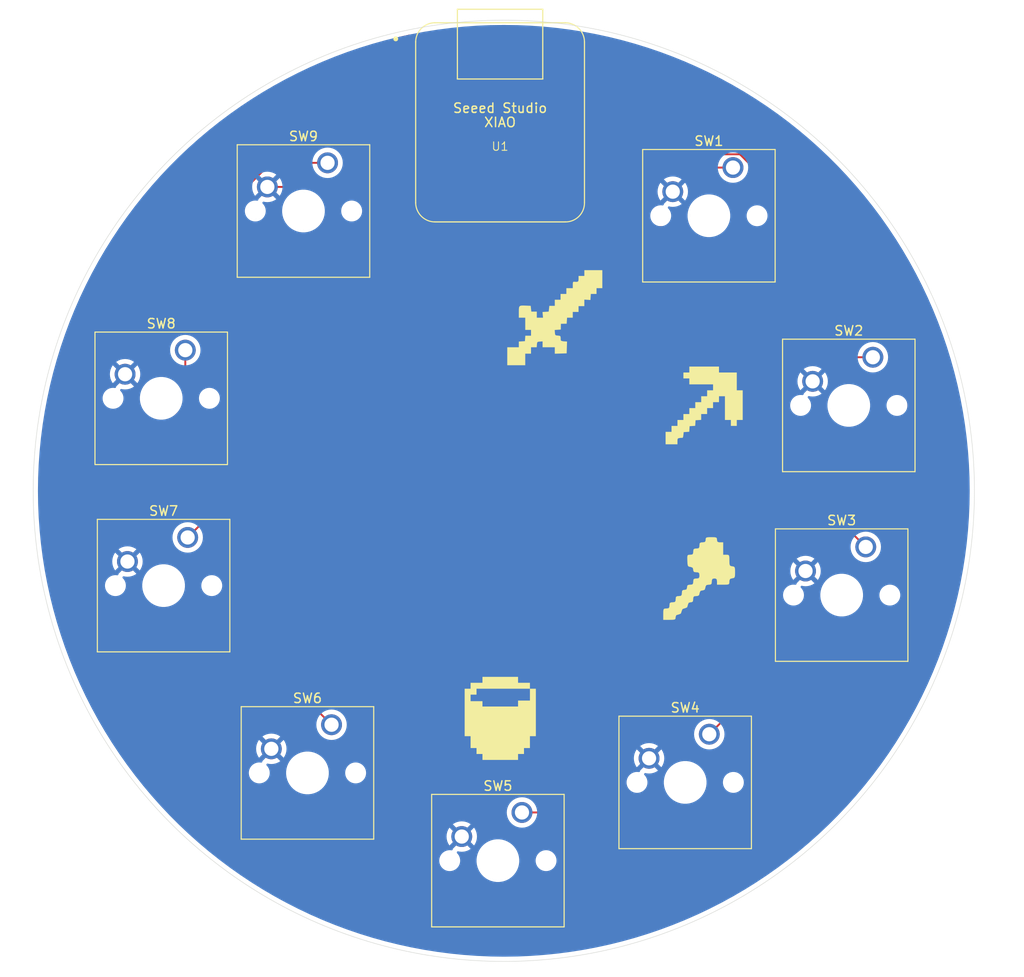
<source format=kicad_pcb>
(kicad_pcb (version 20240108) (generator "pcbnew") (generator_version "8.0")
  (layers (0 "F.Cu" signal) (31 "B.Cu" signal) (34 "B.Paste" user) (35 "F.Paste" user) (36 "B.SilkS" user "B.Silkscreen") (37 "F.SilkS" user "F.Silkscreen") (38 "B.Mask" user) (39 "F.Mask" user) (44 "Edge.Cuts" user))
  (net 0 "")
  (net 1 "Btn1")
  (net 2 "GND")
  (net 3 "Btn2")
  (net 4 "Btn3")
  (net 5 "Btn4")
  (net 6 "Btn5")
  (net 7 "Btn6")
  (net 8 "Btn7")
  (net 9 "Btn8")
  (net 10 "Btn9")
  (net 13 "+5V")
  (net 15 "+3.3V")
  (footprint "LOGO" (layer "F.Cu") (at 184.937193 90.155911)
    (property "Reference" "G***" (hide yes))
    (property "Value" "LOGO" (hide yes))
    (fp_poly (pts (xy 1.876847 -3.440887) (xy 1.876847 -3.128079) (xy 2.815271 -3.128079) (xy 3.753694 -3.128079) (xy 3.753694 -2.189655) (xy 3.753694 -1.251231) (xy 4.066502 -1.251231) (xy 4.37931 -1.251231) (xy 4.37931 0.312808) (xy 4.37931 1.876847) (xy 4.066502 1.876847) (xy 3.753694 1.876847) (xy 3.753694 2.189655) (xy 3.753694 2.502463) (xy 3.440886 2.502463) (xy 3.128078 2.502463) (xy 3.128078 2.189655) (xy 3.128078 1.876847) (xy 2.815271 1.876847) (xy 2.502463 1.876847) (xy 2.502463 0.625616) (xy 2.502463 -0.625616) (xy 2.189655 -0.625616) (xy 1.876847 -0.625616) (xy 1.876847 -0.312808) (xy 1.876847 0) (xy 1.564039 0) (xy 1.251231 0) (xy 1.251231 0.312808) (xy 1.251231 0.625616) (xy 0.938423 0.625616) (xy 0.625615 0.625616) (xy 0.625615 0.938424) (xy 0.625615 1.251232) (xy 0.312807 1.251232) (xy 0 1.251232) (xy 0 1.560612) (xy 0 1.869992) (xy -0.297168 1.88906) (xy -0.594335 1.908128) (xy -0.613269 2.202002) (xy -0.632203 2.495877) (xy -0.926077 2.51481) (xy -1.219951 2.533744) (xy -1.238885 2.827618) (xy -1.257819 3.121492) (xy -1.551693 3.140426) (xy -1.845567 3.15936) (xy -1.876848 3.472168) (xy -1.907033 3.666924) (xy -1.952134 3.755882) (xy -1.999696 3.76488) (xy -2.122705 3.761892) (xy -2.29253 3.78255) (xy -2.296863 3.783355) (xy -2.419168 3.813686) (xy -2.479789 3.868944) (xy -2.500342 3.985769) (xy -2.502463 4.131899) (xy -2.502463 4.441872) (xy -3.128079 4.441872) (xy -3.753695 4.441872) (xy -3.753695 3.784976) (xy -3.753695 3.128079) (xy -3.440887 3.128079) (xy -3.128079 3.128079) (xy -3.128079 2.815271) (xy -3.128079 2.502463) (xy -2.815271 2.502463) (xy -2.502463 2.502463) (xy -2.502463 2.189655) (xy -2.502463 1.876847) (xy -2.189656 1.876847) (xy -1.876848 1.876847) (xy -1.876848 1.56404) (xy -1.876848 1.251232) (xy -1.56404 1.251232) (xy -1.251232 1.251232) (xy -1.251232 0.938424) (xy -1.251232 0.625616) (xy -0.938424 0.625616) (xy -0.625616 0.625616) (xy -0.625616 0.312808) (xy -0.625616 0) (xy -0.312808 0) (xy 0 0) (xy 0 -0.312808) (xy 0 -0.625616) (xy 0.312807 -0.625616) (xy 0.625615 -0.625616) (xy 0.625615 -0.938423) (xy 0.625615 -1.251231) (xy 0.938423 -1.251231) (xy 1.251231 -1.251231) (xy 1.251231 -1.564039) (xy 1.251231 -1.876847) (xy 0 -1.876847) (xy -1.251232 -1.876847) (xy -1.251232 -2.189655) (xy -1.251232 -2.502463) (xy -1.56404 -2.502463) (xy -1.876848 -2.502463) (xy -1.876848 -2.815271) (xy -1.876848 -3.128079) (xy -1.56404 -3.128079) (xy -1.251232 -3.128079) (xy -1.251232 -3.440887) (xy -1.251232 -3.753694) (xy 0.312807 -3.753694) (xy 1.876847 -3.753694)) (fill solid) (layer "F.SilkS"))
  )
  (footprint "Button_Switch_Keyboard:SW_Cherry_MX_1.00u_PCB" (layer "F.Cu") (at 130.54 84.67)
    (property "Reference" "SW8" (at -2.54 -2.794 0) (layer "F.SilkS"))
    (property "Value" "SW_Push")
    (fp_line (start -9.525 -1.905) (end 4.445 -1.905) (stroke (width 0.12)) (layer "F.SilkS"))
    (fp_line (start -9.525 12.065) (end -9.525 -1.905) (stroke (width 0.12)) (layer "F.SilkS"))
    (fp_line (start 4.445 -1.905) (end 4.445 12.065) (stroke (width 0.12)) (layer "F.SilkS"))
    (fp_line (start 4.445 12.065) (end -9.525 12.065) (stroke (width 0.12)) (layer "F.SilkS"))
    (pad "" np_thru_hole circle (at -7.62 5.08) (size 1.7 1.7) (drill 1.7) (layers "*.Cu" "*.Mask"))
    (pad "" np_thru_hole circle (at -2.54 5.08) (size 4 4) (drill 4) (layers "*.Cu" "*.Mask"))
    (pad "" np_thru_hole circle (at 2.54 5.08) (size 1.7 1.7) (drill 1.7) (layers "*.Cu" "*.Mask"))
    (pad "1" thru_hole circle (at 0 0) (size 2.2 2.2) (drill 1.5) (layers "*.Cu" "*.Mask") (net 9 "Btn8"))
    (pad "2" thru_hole circle (at -6.35 2.54) (size 2.2 2.2) (drill 1.5) (layers "*.Cu" "*.Mask") (net 2 "GND"))
  )
  (footprint "LOGO" (layer "F.Cu") (at 184.75 108.75)
    (property "Reference" "G***" (hide yes))
    (property "Value" "LOGO" (hide yes))
    (fp_poly (pts (xy 1.597035 -4.353441) (xy 1.775833 -4.31605) (xy 1.843396 -4.224091) (xy 1.853219 -4.087983) (xy 1.888417 -3.893212) (xy 2.038041 -3.821959) (xy 2.180257 -3.815451) (xy 2.507296 -3.815451) (xy 2.507296 -3.161374) (xy 2.507296 -2.507296) (xy 2.834335 -2.507296) (xy 3.022135 -2.497006) (xy 3.11937 -2.430142) (xy 3.155846 -2.252716) (xy 3.161373 -1.914966) (xy 3.168725 -1.573199) (xy 3.209005 -1.392228) (xy 3.30955 -1.314894) (xy 3.461159 -1.288142) (xy 3.632911 -1.254126) (xy 3.722224 -1.165293) (xy 3.755941 -0.964864) (xy 3.760944 -0.654077) (xy 3.753817 -0.309752) (xy 3.714539 -0.126608) (xy 3.616264 -0.047865) (xy 3.461159 -0.020013) (xy 3.243694 0.042579) (xy 3.166961 0.209406) (xy 3.161373 0.334279) (xy 3.152255 0.511301) (xy 3.090641 0.606848) (xy 2.925145 0.646046) (xy 2.604381 0.654018) (xy 2.507296 0.654077) (xy 1.853219 0.654077) (xy 1.853219 0.327038) (xy 1.823887 0.093313) (xy 1.6992 0.00781) (xy 1.580686 0) (xy 1.385915 0.035198) (xy 1.314663 0.184822) (xy 1.308154 0.327038) (xy 1.280913 0.558861) (xy 1.154037 0.644268) (xy 0.988357 0.654077) (xy 0.752323 0.689295) (xy 0.653426 0.837406) (xy 0.634065 0.953862) (xy 0.564146 1.178913) (xy 0.385963 1.25295) (xy 0.327038 1.255161) (xy 0.116617 1.305129) (xy 0.028728 1.493245) (xy 0.020012 1.554947) (xy -0.042893 1.77141) (xy -0.210535 1.847736) (xy -0.33428 1.853219) (xy -0.56097 1.881077) (xy -0.644486 2.010826) (xy -0.654077 2.180257) (xy -0.683856 2.414437) (xy -0.808485 2.499918) (xy -0.919369 2.507296) (xy -1.124538 2.557425) (xy -1.210958 2.748191) (xy -1.219154 2.807081) (xy -1.297984 3.041353) (xy -1.504282 3.134957) (xy -1.54683 3.140724) (xy -1.778418 3.222318) (xy -1.86994 3.437434) (xy -1.873869 3.467762) (xy -1.953398 3.697121) (xy -2.164009 3.789598) (xy -2.207511 3.795438) (xy -2.432839 3.865726) (xy -2.505692 4.042925) (xy -2.507296 4.095223) (xy -2.522104 4.242319) (xy -2.600607 4.321743) (xy -2.793926 4.35423) (xy -3.153183 4.360514) (xy -3.161374 4.360515) (xy -3.815451 4.360515) (xy -3.815451 3.760944) (xy -3.809959 3.418179) (xy -3.77397 3.239772) (xy -3.678212 3.172058) (xy -3.493413 3.161374) (xy -3.488412 3.161373) (xy -3.256771 3.134361) (xy -3.171393 3.006944) (xy -3.161374 2.834335) (xy -3.134362 2.602693) (xy -3.006945 2.517315) (xy -2.834335 2.507296) (xy -2.602694 2.480284) (xy -2.517315 2.352867) (xy -2.507296 2.180257) (xy -2.480284 1.948616) (xy -2.352867 1.863238) (xy -2.180258 1.853219) (xy -1.948616 1.826207) (xy -1.863238 1.69879) (xy -1.853219 1.52618) (xy -1.823887 1.292455) (xy -1.6992 1.206951) (xy -1.580687 1.199141) (xy -1.373234 1.154116) (xy -1.309306 0.976833) (xy -1.308155 0.926609) (xy -1.272956 0.731838) (xy -1.123332 0.660585) (xy -0.981116 0.654077) (xy -0.749475 0.627065) (xy -0.664096 0.499648) (xy -0.654077 0.327038) (xy -0.627065 0.095397) (xy -0.499648 0.010019) (xy -0.327039 0) (xy -0.095398 -0.027012) (xy -0.010019 -0.154429) (xy 0 -0.327039) (xy -0.027012 -0.55868) (xy -0.154429 -0.644059) (xy -0.327039 -0.654077) (xy -0.561219 -0.683856) (xy -0.6467 -0.808485) (xy -0.654077 -0.919369) (xy -0.704207 -1.124538) (xy -0.894973 -1.210958) (xy -0.953863 -1.219154) (xy -1.12339 -1.25318) (xy -1.215646 -1.342222) (xy -1.257536 -1.541675) (xy -1.27507 -1.880472) (xy -1.282572 -2.232895) (xy -1.257417 -2.419869) (xy -1.174522 -2.493844) (xy -1.008804 -2.507264) (xy -0.975285 -2.507296) (xy -0.747632 -2.534985) (xy -0.663753 -2.664269) (xy -0.654077 -2.834335) (xy -0.627065 -3.065976) (xy -0.499648 -3.151355) (xy -0.327039 -3.161374) (xy -0.095398 -3.188386) (xy -0.010019 -3.315803) (xy 0 -3.488412) (xy 0.027012 -3.720054) (xy 0.154429 -3.805432) (xy 0.327038 -3.815451) (xy 0.560764 -3.844783) (xy 0.646267 -3.96947) (xy 0.654077 -4.087983) (xy 0.669641 -4.244068) (xy 0.751901 -4.32534) (xy 0.954211 -4.35605) (xy 1.253648 -4.360515)) (fill solid) (layer "F.SilkS"))
  )
  (footprint "Button_Switch_Keyboard:SW_Cherry_MX_1.00u_PCB" (layer "F.Cu") (at 185.79 125.17)
    (property "Reference" "SW4" (at -2.54 -2.794 0) (layer "F.SilkS"))
    (property "Value" "SW_Push")
    (fp_line (start -9.525 -1.905) (end 4.445 -1.905) (stroke (width 0.12)) (layer "F.SilkS"))
    (fp_line (start -9.525 12.065) (end -9.525 -1.905) (stroke (width 0.12)) (layer "F.SilkS"))
    (fp_line (start 4.445 -1.905) (end 4.445 12.065) (stroke (width 0.12)) (layer "F.SilkS"))
    (fp_line (start 4.445 12.065) (end -9.525 12.065) (stroke (width 0.12)) (layer "F.SilkS"))
    (pad "" np_thru_hole circle (at -7.62 5.08) (size 1.7 1.7) (drill 1.7) (layers "*.Cu" "*.Mask"))
    (pad "" np_thru_hole circle (at -2.54 5.08) (size 4 4) (drill 4) (layers "*.Cu" "*.Mask"))
    (pad "" np_thru_hole circle (at 2.54 5.08) (size 1.7 1.7) (drill 1.7) (layers "*.Cu" "*.Mask"))
    (pad "1" thru_hole circle (at 0 0) (size 2.2 2.2) (drill 1.5) (layers "*.Cu" "*.Mask") (net 5 "Btn4"))
    (pad "2" thru_hole circle (at -6.35 2.54) (size 2.2 2.2) (drill 1.5) (layers "*.Cu" "*.Mask") (net 2 "GND"))
  )
  (footprint "Button_Switch_Keyboard:SW_Cherry_MX_1.00u_PCB" (layer "F.Cu") (at 202.29 105.42)
    (property "Reference" "SW3" (at -2.54 -2.794 0) (layer "F.SilkS"))
    (property "Value" "SW_Push")
    (fp_line (start -9.525 -1.905) (end 4.445 -1.905) (stroke (width 0.12)) (layer "F.SilkS"))
    (fp_line (start -9.525 12.065) (end -9.525 -1.905) (stroke (width 0.12)) (layer "F.SilkS"))
    (fp_line (start 4.445 -1.905) (end 4.445 12.065) (stroke (width 0.12)) (layer "F.SilkS"))
    (fp_line (start 4.445 12.065) (end -9.525 12.065) (stroke (width 0.12)) (layer "F.SilkS"))
    (pad "" np_thru_hole circle (at -7.62 5.08) (size 1.7 1.7) (drill 1.7) (layers "*.Cu" "*.Mask"))
    (pad "" np_thru_hole circle (at -2.54 5.08) (size 4 4) (drill 4) (layers "*.Cu" "*.Mask"))
    (pad "" np_thru_hole circle (at 2.54 5.08) (size 1.7 1.7) (drill 1.7) (layers "*.Cu" "*.Mask"))
    (pad "1" thru_hole circle (at 0 0) (size 2.2 2.2) (drill 1.5) (layers "*.Cu" "*.Mask") (net 4 "Btn3"))
    (pad "2" thru_hole circle (at -6.35 2.54) (size 2.2 2.2) (drill 1.5) (layers "*.Cu" "*.Mask") (net 2 "GND"))
  )
  (footprint "Button_Switch_Keyboard:SW_Cherry_MX_1.00u_PCB" (layer "F.Cu") (at 203.04 85.42)
    (property "Reference" "SW2" (at -2.54 -2.794 0) (layer "F.SilkS"))
    (property "Value" "SW_Push")
    (fp_line (start -9.525 -1.905) (end 4.445 -1.905) (stroke (width 0.12)) (layer "F.SilkS"))
    (fp_line (start -9.525 12.065) (end -9.525 -1.905) (stroke (width 0.12)) (layer "F.SilkS"))
    (fp_line (start 4.445 -1.905) (end 4.445 12.065) (stroke (width 0.12)) (layer "F.SilkS"))
    (fp_line (start 4.445 12.065) (end -9.525 12.065) (stroke (width 0.12)) (layer "F.SilkS"))
    (pad "" np_thru_hole circle (at -7.62 5.08) (size 1.7 1.7) (drill 1.7) (layers "*.Cu" "*.Mask"))
    (pad "" np_thru_hole circle (at -2.54 5.08) (size 4 4) (drill 4) (layers "*.Cu" "*.Mask"))
    (pad "" np_thru_hole circle (at 2.54 5.08) (size 1.7 1.7) (drill 1.7) (layers "*.Cu" "*.Mask"))
    (pad "1" thru_hole circle (at 0 0) (size 2.2 2.2) (drill 1.5) (layers "*.Cu" "*.Mask") (net 3 "Btn2"))
    (pad "2" thru_hole circle (at -6.35 2.54) (size 2.2 2.2) (drill 1.5) (layers "*.Cu" "*.Mask") (net 2 "GND"))
  )
  (footprint "Button_Switch_Keyboard:SW_Cherry_MX_1.00u_PCB" (layer "F.Cu") (at 145.96 124.17)
    (property "Reference" "SW6" (at -2.54 -2.794 0) (layer "F.SilkS"))
    (property "Value" "SW_Push")
    (fp_line (start -9.525 -1.905) (end 4.445 -1.905) (stroke (width 0.12)) (layer "F.SilkS"))
    (fp_line (start -9.525 12.065) (end -9.525 -1.905) (stroke (width 0.12)) (layer "F.SilkS"))
    (fp_line (start 4.445 -1.905) (end 4.445 12.065) (stroke (width 0.12)) (layer "F.SilkS"))
    (fp_line (start 4.445 12.065) (end -9.525 12.065) (stroke (width 0.12)) (layer "F.SilkS"))
    (pad "" np_thru_hole circle (at -7.62 5.08) (size 1.7 1.7) (drill 1.7) (layers "*.Cu" "*.Mask"))
    (pad "" np_thru_hole circle (at -2.54 5.08) (size 4 4) (drill 4) (layers "*.Cu" "*.Mask"))
    (pad "" np_thru_hole circle (at 2.54 5.08) (size 1.7 1.7) (drill 1.7) (layers "*.Cu" "*.Mask"))
    (pad "1" thru_hole circle (at 0 0) (size 2.2 2.2) (drill 1.5) (layers "*.Cu" "*.Mask") (net 7 "Btn6"))
    (pad "2" thru_hole circle (at -6.35 2.54) (size 2.2 2.2) (drill 1.5) (layers "*.Cu" "*.Mask") (net 2 "GND"))
  )
  (footprint "Button_Switch_Keyboard:SW_Cherry_MX_1.00u_PCB" (layer "F.Cu") (at 166.04 133.42)
    (property "Reference" "SW5" (at -2.54 -2.794 0) (layer "F.SilkS"))
    (property "Value" "SW_Push")
    (fp_line (start -9.525 -1.905) (end 4.445 -1.905) (stroke (width 0.12)) (layer "F.SilkS"))
    (fp_line (start -9.525 12.065) (end -9.525 -1.905) (stroke (width 0.12)) (layer "F.SilkS"))
    (fp_line (start 4.445 -1.905) (end 4.445 12.065) (stroke (width 0.12)) (layer "F.SilkS"))
    (fp_line (start 4.445 12.065) (end -9.525 12.065) (stroke (width 0.12)) (layer "F.SilkS"))
    (pad "" np_thru_hole circle (at -7.62 5.08) (size 1.7 1.7) (drill 1.7) (layers "*.Cu" "*.Mask"))
    (pad "" np_thru_hole circle (at -2.54 5.08) (size 4 4) (drill 4) (layers "*.Cu" "*.Mask"))
    (pad "" np_thru_hole circle (at 2.54 5.08) (size 1.7 1.7) (drill 1.7) (layers "*.Cu" "*.Mask"))
    (pad "1" thru_hole circle (at 0 0) (size 2.2 2.2) (drill 1.5) (layers "*.Cu" "*.Mask") (net 6 "Btn5"))
    (pad "2" thru_hole circle (at -6.35 2.54) (size 2.2 2.2) (drill 1.5) (layers "*.Cu" "*.Mask") (net 2 "GND"))
  )
  (footprint "LOGO" (layer "F.Cu") (at 169.5 81.25)
    (property "Reference" "G***" (hide yes))
    (property "Value" "LOGO" (hide yes))
    (fp_poly (pts (xy 5.012267 -4.064) (xy 5.012267 -3.115733) (xy 4.707467 -3.115733) (xy 4.402667 -3.115733) (xy 4.402667 -2.810933) (xy 4.402667 -2.506133) (xy 4.101578 -2.506133) (xy 3.800489 -2.506133) (xy 3.779845 -2.186354) (xy 3.7592 -1.866574) (xy 3.437467 -1.886669) (xy 3.115734 -1.906765) (xy 3.115733 -1.562982) (xy 3.115733 -1.2192) (xy 2.810933 -1.2192) (xy 2.506133 -1.2192) (xy 2.506133 -0.9144) (xy 2.506133 -0.6096) (xy 2.201333 -0.6096) (xy 1.896533 -0.6096) (xy 1.896533 -0.3048) (xy 1.896533 0) (xy 1.595445 0) (xy 1.294356 0) (xy 1.273711 0.316884) (xy 1.253067 0.633768) (xy 0.948267 0.638617) (xy 0.643467 0.643467) (xy 0.638617 0.948267) (xy 0.633768 1.253067) (xy 0.313178 1.273863) (xy -0.007411 1.294659) (xy 0.013228 1.578663) (xy 0.032961 1.757087) (xy 0.084546 1.842222) (xy 0.208541 1.874142) (xy 0.321734 1.883495) (xy 0.503413 1.90507) (xy 0.588411 1.953842) (xy 0.615503 2.058617) (xy 0.618067 2.103628) (xy 0.627032 2.277545) (xy 0.635 2.3876) (xy 0.704601 2.446173) (xy 0.882486 2.48532) (xy 0.967691 2.493013) (xy 1.291916 2.513759) (xy 1.272491 3.13648) (xy 1.253067 3.7592) (xy 0.626534 3.778675) (xy 0 3.79815) (xy 0 3.456942) (xy 0 3.115733) (xy -0.643466 3.115733) (xy -1.286933 3.115733) (xy -1.286933 2.807039) (xy -1.286933 2.498344) (xy -1.5748 2.519172) (xy -1.755609 2.538856) (xy -1.841823 2.589986) (xy -1.874008 2.713127) (xy -1.883494 2.827867) (xy -1.904322 3.115733) (xy -2.205228 3.115733) (xy -2.506133 3.115733) (xy -2.506133 3.4544) (xy -2.506133 3.793067) (xy -2.810933 3.793067) (xy -3.115733 3.793067) (xy -3.115733 4.402667) (xy -3.115733 5.012267) (xy -4.064 5.012267) (xy -5.012266 5.012267) (xy -5.012266 4.064) (xy -5.012266 3.115733) (xy -4.402666 3.115733) (xy -3.793066 3.115733) (xy -3.793066 2.814645) (xy -3.793067 2.513556) (xy -3.471333 2.492911) (xy -3.1496 2.472267) (xy -3.128772 2.1844) (xy -3.107944 1.896533) (xy -2.807039 1.896533) (xy -2.506133 1.896533) (xy -2.506133 1.591733) (xy -2.506133 1.286934) (xy -2.810933 1.286934) (xy -3.115733 1.286934) (xy -3.115733 0.643467) (xy -3.115733 0) (xy -3.4544 0) (xy -3.793066 0) (xy -3.793066 -0.608309) (xy -3.790255 -0.907544) (xy -3.766474 -1.105233) (xy -3.698705 -1.220998) (xy -3.563927 -1.27446) (xy -3.339123 -1.285239) (xy -3.012716 -1.273448) (xy -2.54 -1.253067) (xy -2.506133 -0.948267) (xy -2.472266 -0.643466) (xy -2.184312 -0.643466) (xy -1.896358 -0.643466) (xy -1.896446 -0.321733) (xy -1.896533 0) (xy -1.568965 0) (xy -1.241397 0) (xy -1.268308 -0.300919) (xy -1.295219 -0.601839) (xy -0.969343 -0.622653) (xy -0.643466 -0.643466) (xy -0.6096 -0.948267) (xy -0.575733 -1.253067) (xy -0.287779 -1.253067) (xy 0.000175 -1.253067) (xy 0.000088 -1.5748) (xy 0 -1.896533) (xy 0.3048 -1.896533) (xy 0.6096 -1.896533) (xy 0.6096 -2.201333) (xy 0.6096 -2.506133) (xy 0.9144 -2.506133) (xy 1.2192 -2.506133) (xy 1.2192 -2.810933) (xy 1.2192 -3.115733) (xy 1.557867 -3.115733) (xy 1.896533 -3.115733) (xy 1.896533 -3.459247) (xy 1.902057 -3.661746) (xy 1.928684 -3.761689) (xy 1.991499 -3.791854) (xy 2.048933 -3.790416) (xy 2.2908 -3.777948) (xy 2.427885 -3.803045) (xy 2.48971 -3.885559) (xy 2.505798 -4.045342) (xy 2.506133 -4.097867) (xy 2.506133 -4.402666) (xy 2.810933 -4.402666) (xy 3.115733 -4.402666) (xy 3.115733 -4.707466) (xy 3.115733 -5.012266) (xy 4.064 -5.012266) (xy 5.012267 -5.012266)) (fill solid) (layer "F.SilkS"))
  )
  (footprint "Button_Switch_Keyboard:SW_Cherry_MX_1.00u_PCB" (layer "F.Cu") (at 188.29 65.42)
    (property "Reference" "SW1" (at -2.54 -2.794 0) (layer "F.SilkS"))
    (property "Value" "SW_Push")
    (fp_line (start -9.525 -1.905) (end 4.445 -1.905) (stroke (width 0.12)) (layer "F.SilkS"))
    (fp_line (start -9.525 12.065) (end -9.525 -1.905) (stroke (width 0.12)) (layer "F.SilkS"))
    (fp_line (start 4.445 -1.905) (end 4.445 12.065) (stroke (width 0.12)) (layer "F.SilkS"))
    (fp_line (start 4.445 12.065) (end -9.525 12.065) (stroke (width 0.12)) (layer "F.SilkS"))
    (pad "" np_thru_hole circle (at -7.62 5.08) (size 1.7 1.7) (drill 1.7) (layers "*.Cu" "*.Mask"))
    (pad "" np_thru_hole circle (at -2.54 5.08) (size 4 4) (drill 4) (layers "*.Cu" "*.Mask"))
    (pad "" np_thru_hole circle (at 2.54 5.08) (size 1.7 1.7) (drill 1.7) (layers "*.Cu" "*.Mask"))
    (pad "1" thru_hole circle (at 0 0) (size 2.2 2.2) (drill 1.5) (layers "*.Cu" "*.Mask") (net 1 "Btn1"))
    (pad "2" thru_hole circle (at -6.35 2.54) (size 2.2 2.2) (drill 1.5) (layers "*.Cu" "*.Mask") (net 2 "GND"))
  )
  (footprint "Button_Switch_Keyboard:SW_Cherry_MX_1.00u_PCB" (layer "F.Cu") (at 130.79 104.42)
    (property "Reference" "SW7" (at -2.54 -2.794 0) (layer "F.SilkS"))
    (property "Value" "SW_Push")
    (fp_line (start -9.525 -1.905) (end 4.445 -1.905) (stroke (width 0.12)) (layer "F.SilkS"))
    (fp_line (start -9.525 12.065) (end -9.525 -1.905) (stroke (width 0.12)) (layer "F.SilkS"))
    (fp_line (start 4.445 -1.905) (end 4.445 12.065) (stroke (width 0.12)) (layer "F.SilkS"))
    (fp_line (start 4.445 12.065) (end -9.525 12.065) (stroke (width 0.12)) (layer "F.SilkS"))
    (pad "" np_thru_hole circle (at -7.62 5.08) (size 1.7 1.7) (drill 1.7) (layers "*.Cu" "*.Mask"))
    (pad "" np_thru_hole circle (at -2.54 5.08) (size 4 4) (drill 4) (layers "*.Cu" "*.Mask"))
    (pad "" np_thru_hole circle (at 2.54 5.08) (size 1.7 1.7) (drill 1.7) (layers "*.Cu" "*.Mask"))
    (pad "1" thru_hole circle (at 0 0) (size 2.2 2.2) (drill 1.5) (layers "*.Cu" "*.Mask") (net 8 "Btn7"))
    (pad "2" thru_hole circle (at -6.35 2.54) (size 2.2 2.2) (drill 1.5) (layers "*.Cu" "*.Mask") (net 2 "GND"))
  )
  (footprint "Seeed Studio XIAO Series Library:XIAO-SAMD21-RP2040-14P-2.54-21X17.8MM (Seeeduino XIAO)" (layer "F.Cu") (at 163.73 60.65)
    (property "Reference" "U1" (at 0 2.54 0) (layer "F.SilkS") (effects (font (size 0.889 0.889) (thickness 0.1016))))
    (property "Value" "Seeed Studio XIAO SAMD21" (hide yes))
    (fp_line (start -8.9 -8.5) (end -8.9 8.5) (stroke (width 0.127)) (layer "F.SilkS"))
    (fp_line (start -6.9 10.5) (end 6.9 10.5) (stroke (width 0.127)) (layer "F.SilkS"))
    (fp_line (start -4.5 -11.92403) (end 4.5 -11.92403) (stroke (width 0.127)) (layer "F.SilkS"))
    (fp_line (start -4.5 -4.57073) (end -4.5 -11.92403) (stroke (width 0.127)) (layer "F.SilkS"))
    (fp_line (start 4.5 -11.92403) (end 4.5 -4.57073) (stroke (width 0.127)) (layer "F.SilkS"))
    (fp_line (start 4.5 -4.57073) (end -4.5 -4.57073) (stroke (width 0.127)) (layer "F.SilkS"))
    (fp_line (start 6.9 -10.49909) (end -6.9 -10.49909) (stroke (width 0.127)) (layer "F.SilkS"))
    (fp_line (start 8.9 8.5) (end 8.9 -8.5) (stroke (width 0.127)) (layer "F.SilkS"))
    (fp_arc (start -8.9 -8.5) (mid -8.301491 -9.901491) (end -6.9 -10.5) (stroke (width 0.12)) (layer "F.SilkS"))
    (fp_arc (start -6.9 10.5) (mid -8.301423 9.901423) (end -8.9 8.5) (stroke (width 0.12)) (layer "F.SilkS"))
    (fp_arc (start 6.9 -10.5) (mid 8.301492 -9.901492) (end 8.9 -8.5) (stroke (width 0.12)) (layer "F.SilkS"))
    (fp_arc (start 8.9 8.5) (mid 8.314214 9.914214) (end 6.9 10.5) (stroke (width 0.12)) (layer "F.SilkS"))
    (fp_circle (center -11 -8.8) (end -11 -9.054) (fill solid) (layer "F.SilkS"))
    (fp_poly (pts (xy -8.887715 -8.561705) (xy -8.884667 -8.610473) (xy -8.880603 -8.659494)) (stroke (width 0.0254)) (fill none) (layer "F.SilkS"))
    (fp_poly (pts (xy 8.889492 8.521574) (xy 8.887713 8.57085) (xy 8.884665 8.619618) (xy 8.880601 8.668639) (xy 8.875268 8.717407) (xy 8.868664 8.766175) (xy 8.861044 8.81469) (xy 8.852153 8.86295) (xy 8.842248 8.910955)) (stroke (width 0.0254)) (fill none) (layer "F.SilkS"))
    (fp_text user "XIAO" (at 0 0 0) (layer "F.SilkS"))
    (fp_text user "Seeed Studio" (at 0 -1.5 0) (layer "F.SilkS"))
    (pad "1" smd rect (at -8.5 -7.62) (size 3 2) (layers "F.Cu" "F.Paste" "F.Mask") (net 1 "Btn1"))
    (pad "2" smd rect (at -8.5 -5.08) (size 3 2) (layers "F.Cu" "F.Paste" "F.Mask") (net 3 "Btn2"))
    (pad "3" smd rect (at -8.5 -2.54) (size 3 2) (layers "F.Cu" "F.Paste" "F.Mask") (net 4 "Btn3"))
    (pad "4" smd rect (at -8.5 0) (size 3 2) (layers "F.Cu" "F.Paste" "F.Mask") (net 5 "Btn4"))
    (pad "5" smd rect (at -8.5 2.54) (size 3 2) (layers "F.Cu" "F.Paste" "F.Mask") (net 6 "Btn5"))
    (pad "6" smd rect (at -8.5 5.08 180) (size 3 2) (layers "F.Cu" "F.Paste" "F.Mask") (net 7 "Btn6"))
    (pad "7" smd rect (at -8.5 7.62) (size 3 2) (layers "F.Cu" "F.Paste" "F.Mask") (net 8 "Btn7"))
    (pad "8" smd rect (at 8.5 7.62) (size 3 2) (layers "F.Cu" "F.Paste" "F.Mask") (net 9 "Btn8"))
    (pad "9" smd rect (at 8.5 5.08) (size 3 2) (layers "F.Cu" "F.Paste" "F.Mask") (net 10 "Btn9"))
    (pad "10" smd rect (at 8.5 2.54) (size 3 2) (layers "F.Cu" "F.Paste" "F.Mask"))
    (pad "11" smd rect (at 8.5 0) (size 3 2) (layers "F.Cu" "F.Paste" "F.Mask"))
    (pad "12" smd rect (at 8.5 -2.54) (size 3 2) (layers "F.Cu" "F.Paste" "F.Mask") (net 15 "+3.3V"))
    (pad "13" smd rect (at 8.5 -5.08) (size 3 2) (layers "F.Cu" "F.Paste" "F.Mask") (net 2 "GND"))
    (pad "14" smd rect (at 8.5 -7.62) (size 3 2) (layers "F.Cu" "F.Paste" "F.Mask") (net 13 "+5V"))
    (pad "15" smd circle (at -1.27 -8.39 90) (size 1.5 1.5) (layers "F.Cu" "F.Paste" "F.Mask") (net 13 "+5V"))
    (pad "16" smd circle (at 1.27 -8.39 90) (size 1.5 1.5) (layers "F.Cu" "F.Paste" "F.Mask") (net 2 "GND"))
    (pad "17" smd circle (at -1.27 -5.85 90) (size 1.5 1.5) (layers "F.Cu" "F.Paste" "F.Mask"))
    (pad "18" smd circle (at 1.27 -5.85 90) (size 1.5 1.5) (layers "F.Cu" "F.Paste" "F.Mask"))
    (pad "19" smd rect (at -1.27 8.6 90) (size 2.3 1.3) (layers "F.Cu" "F.Paste" "F.Mask"))
    (pad "20" smd rect (at 1.27 8.6 90) (size 2.3 1.3) (layers "F.Cu" "F.Paste" "F.Mask") (net 2 "GND"))
  )
  (footprint "Button_Switch_Keyboard:SW_Cherry_MX_1.00u_PCB" (layer "F.Cu") (at 145.54 64.92)
    (property "Reference" "SW9" (at -2.54 -2.794 0) (layer "F.SilkS"))
    (property "Value" "SW_Push")
    (fp_line (start -9.525 -1.905) (end 4.445 -1.905) (stroke (width 0.12)) (layer "F.SilkS"))
    (fp_line (start -9.525 12.065) (end -9.525 -1.905) (stroke (width 0.12)) (layer "F.SilkS"))
    (fp_line (start 4.445 -1.905) (end 4.445 12.065) (stroke (width 0.12)) (layer "F.SilkS"))
    (fp_line (start 4.445 12.065) (end -9.525 12.065) (stroke (width 0.12)) (layer "F.SilkS"))
    (pad "" np_thru_hole circle (at -7.62 5.08) (size 1.7 1.7) (drill 1.7) (layers "*.Cu" "*.Mask"))
    (pad "" np_thru_hole circle (at -2.54 5.08) (size 4 4) (drill 4) (layers "*.Cu" "*.Mask"))
    (pad "" np_thru_hole circle (at 2.54 5.08) (size 1.7 1.7) (drill 1.7) (layers "*.Cu" "*.Mask"))
    (pad "1" thru_hole circle (at 0 0) (size 2.2 2.2) (drill 1.5) (layers "*.Cu" "*.Mask") (net 10 "Btn9"))
    (pad "2" thru_hole circle (at -6.35 2.54) (size 2.2 2.2) (drill 1.5) (layers "*.Cu" "*.Mask") (net 2 "GND"))
  )
  (footprint "LOGO" (layer "F.Cu") (at 163.75 123.5)
    (property "Reference" "G***" (hide yes))
    (property "Value" "LOGO" (hide yes))
    (fp_poly (pts (xy 1.876847 -4.066503) (xy 1.876847 -3.753695) (xy 2.502463 -3.753695) (xy 3.128078 -3.753695) (xy 3.128078 -3.440887) (xy 3.128078 -3.128079) (xy 0.312807 -3.128079) (xy -2.502463 -3.128079) (xy -2.502463 -2.815271) (xy -2.502463 -2.502463) (xy -2.815271 -2.502463) (xy -3.128079 -2.502463) (xy -3.128079 -2.158375) (xy -3.128079 -1.814286) (xy -2.502463 -1.814286) (xy -1.876848 -1.814286) (xy -1.876848 -1.532759) (xy -1.876848 -1.251232) (xy 0 -1.251232) (xy 1.876847 -1.251232) (xy 1.876847 -1.56404) (xy 1.876847 -1.876848) (xy 2.502463 -1.876848) (xy 3.128078 -1.876848) (xy 3.128078 -2.502463) (xy 3.128078 -3.128079) (xy 3.440886 -3.128079) (xy 3.753694 -3.128079) (xy 3.753694 -0.625616) (xy 3.753694 1.876847) (xy 3.440886 1.876847) (xy 3.128078 1.876847) (xy 3.128078 2.502463) (xy 3.128078 3.128079) (xy 2.815271 3.128079) (xy 2.502463 3.128079) (xy 2.502463 3.440886) (xy 2.502463 3.753694) (xy 2.189655 3.753694) (xy 1.876847 3.753694) (xy 1.876847 4.066502) (xy 1.876847 4.37931) (xy 0 4.37931) (xy -1.876848 4.37931) (xy -1.876848 4.066502) (xy -1.876848 3.753694) (xy -2.189656 3.753694) (xy -2.502463 3.753694) (xy -2.502463 3.440886) (xy -2.502463 3.128079) (xy -2.815271 3.128079) (xy -3.128079 3.128079) (xy -3.128079 2.502463) (xy -3.128079 1.876847) (xy -3.440887 1.876847) (xy -3.753695 1.876847) (xy -3.753695 -0.625616) (xy -3.753695 -3.128079) (xy -3.440887 -3.128079) (xy -3.128079 -3.128079) (xy -3.128079 -3.440887) (xy -3.128079 -3.753695) (xy -2.502463 -3.753695) (xy -1.876848 -3.753695) (xy -1.876848 -4.066503) (xy -1.876848 -4.379311) (xy 0 -4.379311) (xy 1.876847 -4.379311)) (fill solid) (layer "F.SilkS"))
  )
  (gr_circle (center 164.125 99.502499) (end 213.75 99.5) (stroke (width 0.05)) (fill none) (layer "Edge.Cuts"))
  (segment (start 172.35 71.25) (end 164.66 71.25) (width 0.2) (layer "F.Cu") (net 1))
  (segment (start 178.18 65.42) (end 172.35 71.25) (width 0.2) (layer "F.Cu") (net 1))
  (segment (start 164.05 70.64) (end 164.05 60.55) (width 0.2) (layer "F.Cu") (net 1))
  (segment (start 164.05 60.55) (end 156.53 53.03) (width 0.2) (layer "F.Cu") (net 1))
  (segment (start 156.53 53.03) (end 155.23 53.03) (width 0.2) (layer "F.Cu") (net 1))
  (segment (start 164.66 71.25) (end 164.05 70.64) (width 0.2) (layer "F.Cu") (net 1))
  (segment (start 188.29 65.42) (end 178.18 65.42) (width 0.2) (layer "F.Cu") (net 1))
  (segment (start 149.5 63.75) (end 149.5 55.37426) (width 0.2) (layer "F.Cu") (net 2))
  (segment (start 165 52.26) (end 166.05 53.31) (width 0.2) (layer "F.Cu") (net 2))
  (segment (start 139.19 67.46) (end 145.79 67.46) (width 0.2) (layer "F.Cu") (net 2))
  (segment (start 166.05 53.31) (end 166.05 68.2) (width 0.2) (layer "F.Cu") (net 2))
  (segment (start 154.183372 51.5) (end 160 51.5) (width 0.2) (layer "F.Cu") (net 2))
  (segment (start 168.31 55.57) (end 172.23 55.57) (width 0.2) (layer "F.Cu") (net 2))
  (segment (start 149.5 55.37426) (end 153.14426 51.73) (width 0.2) (layer "F.Cu") (net 2))
  (segment (start 160 51.5) (end 161.81 53.31) (width 0.2) (layer "F.Cu") (net 2))
  (segment (start 154.089362 51.518271) (end 154.183372 51.5) (width 0.2) (layer "F.Cu") (net 2))
  (segment (start 153.14426 51.73) (end 154.089362 51.518271) (width 0.2) (layer "F.Cu") (net 2))
  (segment (start 161.81 53.31) (end 163.95 53.31) (width 0.2) (layer "F.Cu") (net 2))
  (segment (start 145.79 67.46) (end 149.5 63.75) (width 0.2) (layer "F.Cu") (net 2))
  (segment (start 166.05 68.2) (end 165 69.25) (width 0.2) (layer "F.Cu") (net 2))
  (segment (start 163.95 53.31) (end 165 52.26) (width 0.2) (layer "F.Cu") (net 2))
  (segment (start 165 52.26) (end 168.31 55.57) (width 0.2) (layer "F.Cu") (net 2))
  (segment (start 164.494314 71.65) (end 180.122944 71.65) (width 0.2) (layer "F.Cu") (net 3))
  (segment (start 180.172944 71.7) (end 181.2 71.7) (width 0.2) (layer "F.Cu") (net 3))
  (segment (start 163.65 70.805686) (end 164.494314 71.65) (width 0.2) (layer "F.Cu") (net 3))
  (segment (start 180.122944 71.65) (end 180.172944 71.7) (width 0.2) (layer "F.Cu") (net 3))
  (segment (start 194.92 85.42) (end 203.04 85.42) (width 0.2) (layer "F.Cu") (net 3))
  (segment (start 155.73 55.57) (end 163.65 63.49) (width 0.2) (layer "F.Cu") (net 3))
  (segment (start 181.2 71.7) (end 194.92 85.42) (width 0.2) (layer "F.Cu") (net 3))
  (segment (start 155.23 55.57) (end 155.73 55.57) (width 0.2) (layer "F.Cu") (net 3))
  (segment (start 163.65 63.49) (end 163.65 70.805686) (width 0.2) (layer "F.Cu") (net 3))
  (segment (start 180.85 72.1) (end 192.25 83.5) (width 0.2) (layer "F.Cu") (net 4))
  (segment (start 161.51 63.89) (end 161.51 70.7) (width 0.2) (layer "F.Cu") (net 4))
  (segment (start 162.86 72.05) (end 179.957258 72.05) (width 0.2) (layer "F.Cu") (net 4))
  (segment (start 180.007258 72.1) (end 180.85 72.1) (width 0.2) (layer "F.Cu") (net 4))
  (segment (start 192.25 95.38) (end 202.29 105.42) (width 0.2) (layer "F.Cu") (net 4))
  (segment (start 155.23 58.11) (end 155.73 58.11) (width 0.2) (layer "F.Cu") (net 4))
  (segment (start 179.957258 72.05) (end 180.007258 72.1) (width 0.2) (layer "F.Cu") (net 4))
  (segment (start 192.25 83.5) (end 192.25 95.38) (width 0.2) (layer "F.Cu") (net 4))
  (segment (start 161.51 70.7) (end 162.86 72.05) (width 0.2) (layer "F.Cu") (net 4))
  (segment (start 155.73 58.11) (end 161.51 63.89) (width 0.2) (layer "F.Cu") (net 4))
  (segment (start 179.791572 72.45) (end 179.841572 72.5) (width 0.2) (layer "F.Cu") (net 5))
  (segment (start 155.23 60.65) (end 155.73 60.65) (width 0.2) (layer "F.Cu") (net 5))
  (segment (start 191.75 119.21) (end 185.79 125.17) (width 0.2) (layer "F.Cu") (net 5))
  (segment (start 155.73 60.65) (end 161 65.92) (width 0.2) (layer "F.Cu") (net 5))
  (segment (start 161 65.92) (end 161 70.755686) (width 0.2) (layer "F.Cu") (net 5))
  (segment (start 162.694314 72.45) (end 179.791572 72.45) (width 0.2) (layer "F.Cu") (net 5))
  (segment (start 180 72.5) (end 191.75 84.25) (width 0.2) (layer "F.Cu") (net 5))
  (segment (start 161 70.755686) (end 162.694314 72.45) (width 0.2) (layer "F.Cu") (net 5))
  (segment (start 179.841572 72.5) (end 180 72.5) (width 0.2) (layer "F.Cu") (net 5))
  (segment (start 191.75 84.25) (end 191.75 119.21) (width 0.2) (layer "F.Cu") (net 5))
  (segment (start 170.08 133.42) (end 191.35 112.15) (width 0.2) (layer "F.Cu") (net 6))
  (segment (start 160.6 70.921372) (end 160.6 68.06) (width 0.2) (layer "F.Cu") (net 6))
  (segment (start 162.528628 72.85) (end 160.6 70.921372) (width 0.2) (layer "F.Cu") (net 6))
  (segment (start 155.73 63.19) (end 155.23 63.19) (width 0.2) (layer "F.Cu") (net 6))
  (segment (start 191.35 84.6) (end 179.6 72.85) (width 0.2) (layer "F.Cu") (net 6))
  (segment (start 166.04 133.42) (end 170.08 133.42) (width 0.2) (layer "F.Cu") (net 6))
  (segment (start 191.35 112.15) (end 191.35 84.6) (width 0.2) (layer "F.Cu") (net 6))
  (segment (start 179.6 72.85) (end 162.528628 72.85) (width 0.2) (layer "F.Cu") (net 6))
  (segment (start 160.6 68.06) (end 155.73 63.19) (width 0.2) (layer "F.Cu") (net 6))
  (segment (start 137 84.46) (end 151.89 69.57) (width 0.2) (layer "F.Cu") (net 7))
  (segment (start 151.89 69.57) (end 157.03 69.57) (width 0.2) (layer "F.Cu") (net 7))
  (segment (start 157.03 67.03) (end 155.73 65.73) (width 0.2) (layer "F.Cu") (net 7))
  (segment (start 137 115.21) (end 137 84.46) (width 0.2) (layer "F.Cu") (net 7))
  (segment (start 155.73 65.73) (end 155.23 65.73) (width 0.2) (layer "F.Cu") (net 7))
  (segment (start 157.03 69.57) (end 157.03 67.03) (width 0.2) (layer "F.Cu") (net 7))
  (segment (start 145.96 124.17) (end 137 115.21) (width 0.2) (layer "F.Cu") (net 7))
  (segment (start 136 99.21) (end 136 84) (width 0.2) (layer "F.Cu") (net 8))
  (segment (start 151.73 68.27) (end 155.23 68.27) (width 0.2) (layer "F.Cu") (net 8))
  (segment (start 130.79 104.42) (end 136 99.21) (width 0.2) (layer "F.Cu") (net 8))
  (segment (start 136 84) (end 151.73 68.27) (width 0.2) (layer "F.Cu") (net 8))
  (segment (start 176.98 64.02) (end 189.02 64.02) (width 0.2) (layer "F.Cu") (net 9))
  (segment (start 206.78 81.78) (end 206.78 114.22) (width 0.2) (layer "F.Cu") (net 9))
  (segment (start 189.02 64.02) (end 206.78 81.78) (width 0.2) (layer "F.Cu") (net 9))
  (segment (start 172.73 68.27) (end 176.98 64.02) (width 0.2) (layer "F.Cu") (net 9))
  (segment (start 121.75 114.5) (end 121.75 99.323402) (width 0.2) (layer "F.Cu") (net 9))
  (segment (start 121.75 99.323402) (end 130.54 90.533402) (width 0.2) (layer "F.Cu") (net 9))
  (segment (start 148.25 141) (end 121.75 114.5) (width 0.2) (layer "F.Cu") (net 9))
  (segment (start 172.23 68.27) (end 172.73 68.27) (width 0.2) (layer "F.Cu") (net 9))
  (segment (start 180 141) (end 148.25 141) (width 0.2) (layer "F.Cu") (net 9))
  (segment (start 130.54 90.533402) (end 130.54 84.67) (width 0.2) (layer "F.Cu") (net 9))
  (segment (start 206.78 114.22) (end 180 141) (width 0.2) (layer "F.Cu") (net 9))
  (segment (start 207.18 114.82) (end 180.6 141.4) (width 0.2) (layer "F.Cu") (net 10))
  (segment (start 172.73 65.73) (end 174.84 63.62) (width 0.2) (layer "F.Cu") (net 10))
  (segment (start 189.37 63.62) (end 207.18 81.43) (width 0.2) (layer "F.Cu") (net 10))
  (segment (start 121.35 114.85) (end 121.35 83.15) (width 0.2) (layer "F.Cu") (net 10))
  (segment (start 174.84 63.62) (end 189.37 63.62) (width 0.2) (layer "F.Cu") (net 10))
  (segment (start 121.35 83.15) (end 139.58 64.92) (width 0.2) (layer "F.Cu") (net 10))
  (segment (start 172.23 65.73) (end 172.73 65.73) (width 0.2) (layer "F.Cu") (net 10))
  (segment (start 180.6 141.4) (end 147.9 141.4) (width 0.2) (layer "F.Cu") (net 10))
  (segment (start 207.18 81.43) (end 207.18 114.82) (width 0.2) (layer "F.Cu") (net 10))
  (segment (start 147.9 141.4) (end 121.35 114.85) (width 0.2) (layer "F.Cu") (net 10))
  (segment (start 139.58 64.92) (end 145.54 64.92) (width 0.2) (layer "F.Cu") (net 10))
  (segment (start 170.41 51.21) (end 172.23 53.03) (width 0.2) (layer "F.Cu") (net 13))
  (segment (start 162.46 52.26) (end 163.51 51.21) (width 0.2) (layer "F.Cu") (net 13))
  (segment (start 163.51 51.21) (end 170.41 51.21) (width 0.2) (layer "F.Cu") (net 13))
  (zone (net 2) (net_name "GND") (layer "B.Cu") (connect_pads (clearance 0.5)) (min_thickness 0.25) (fill yes (thermal_gap 0.5) (thermal_bridge_width 0.5))
    (polygon (pts (xy 111.75 150) (xy 111 47.75) (xy 218.75 48.5) (xy 219 150.75) (xy 111.75 150.25) (xy 111.75 149.75)))
  )
)
</source>
